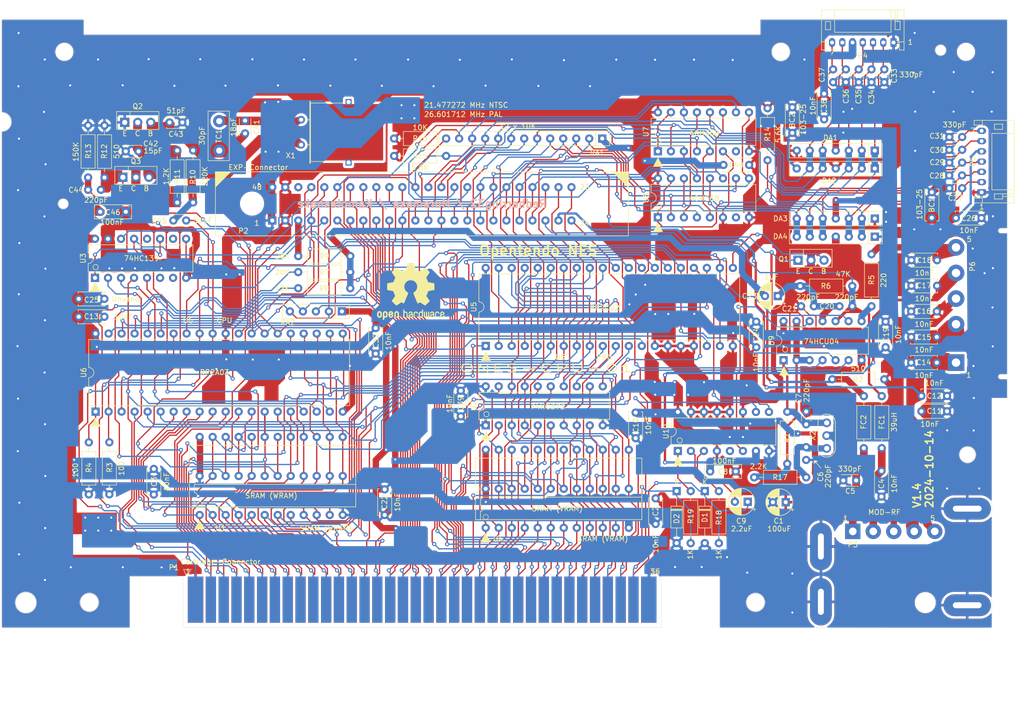
<source format=kicad_pcb>
(kicad_pcb
	(version 20240108)
	(generator "pcbnew")
	(generator_version "8.0")
	(general
		(thickness 1.6)
		(legacy_teardrops no)
	)
	(paper "A4")
	(title_block
		(title "NES-CPU-11")
		(rev "11")
		(company "Nintendo Co., LTD")
		(comment 4 "Nintendo Entertainment System (NES) Motherboard")
	)
	(layers
		(0 "F.Cu" signal)
		(31 "B.Cu" signal)
		(32 "B.Adhes" user "B.Adhesive")
		(33 "F.Adhes" user "F.Adhesive")
		(34 "B.Paste" user)
		(35 "F.Paste" user)
		(36 "B.SilkS" user "B.Silkscreen")
		(37 "F.SilkS" user "F.Silkscreen")
		(38 "B.Mask" user)
		(39 "F.Mask" user)
		(40 "Dwgs.User" user "User.Drawings")
		(41 "Cmts.User" user "User.Comments")
		(42 "Eco1.User" user "User.Eco1")
		(43 "Eco2.User" user "User.Eco2")
		(44 "Edge.Cuts" user)
		(45 "Margin" user)
		(46 "B.CrtYd" user "B.Courtyard")
		(47 "F.CrtYd" user "F.Courtyard")
		(48 "B.Fab" user)
		(49 "F.Fab" user)
		(50 "User.1" user)
		(51 "User.2" user)
		(52 "User.3" user)
		(53 "User.4" user)
		(54 "User.5" user)
		(55 "User.6" user)
		(56 "User.7" user)
		(57 "User.8" user)
		(58 "User.9" user)
	)
	(setup
		(stackup
			(layer "F.SilkS"
				(type "Top Silk Screen")
			)
			(layer "F.Paste"
				(type "Top Solder Paste")
			)
			(layer "F.Mask"
				(type "Top Solder Mask")
				(thickness 0.01)
			)
			(layer "F.Cu"
				(type "copper")
				(thickness 0.035)
			)
			(layer "dielectric 1"
				(type "core")
				(thickness 1.51)
				(material "FR4")
				(epsilon_r 4.5)
				(loss_tangent 0.02)
			)
			(layer "B.Cu"
				(type "copper")
				(thickness 0.035)
			)
			(layer "B.Mask"
				(type "Bottom Solder Mask")
				(thickness 0.01)
			)
			(layer "B.Paste"
				(type "Bottom Solder Paste")
			)
			(layer "B.SilkS"
				(type "Bottom Silk Screen")
			)
			(copper_finish "None")
			(dielectric_constraints no)
		)
		(pad_to_mask_clearance 0)
		(allow_soldermask_bridges_in_footprints no)
		(aux_axis_origin 39.7 143.075)
		(grid_origin 39.7 143.075)
		(pcbplotparams
			(layerselection 0x00010f0_ffffffff)
			(plot_on_all_layers_selection 0x0000000_00000000)
			(disableapertmacros no)
			(usegerberextensions no)
			(usegerberattributes no)
			(usegerberadvancedattributes no)
			(creategerberjobfile no)
			(dashed_line_dash_ratio 12.000000)
			(dashed_line_gap_ratio 3.000000)
			(svgprecision 4)
			(plotframeref no)
			(viasonmask no)
			(mode 1)
			(useauxorigin no)
			(hpglpennumber 1)
			(hpglpenspeed 20)
			(hpglpendiameter 15.000000)
			(pdf_front_fp_property_popups yes)
			(pdf_back_fp_property_popups yes)
			(dxfpolygonmode yes)
			(dxfimperialunits yes)
			(dxfusepcbnewfont yes)
			(psnegative no)
			(psa4output no)
			(plotreference yes)
			(plotvalue yes)
			(plotfptext yes)
			(plotinvisibletext no)
			(sketchpadsonfab no)
			(subtractmaskfromsilk no)
			(outputformat 1)
			(mirror no)
			(drillshape 0)
			(scaleselection 1)
			(outputdirectory "ONES-CPU-01 Gerbers/")
		)
	)
	(net 0 "")
	(net 1 "/GND")
	(net 2 "/M2")
	(net 3 "/VCC")
	(net 4 "Net-(P6-Pin_4)")
	(net 5 "Net-(U10-SEED)")
	(net 6 "Net-(P3-Pin_5)")
	(net 7 "Net-(P6-Pin_5)")
	(net 8 "/ALE")
	(net 9 "/PPU-CLK")
	(net 10 "/VIDEO")
	(net 11 "Net-(C6-Pad2)")
	(net 12 "Net-(C7-Pad2)")
	(net 13 "Net-(Q2-B)")
	(net 14 "Net-(Q2-C)")
	(net 15 "/EXP-AUDIO-OUT")
	(net 16 "Net-(C20-Pad1)")
	(net 17 "unconnected-(P2-Pad46)")
	(net 18 "/4017-D0")
	(net 19 "/4017-D3")
	(net 20 "/4017-D4")
	(net 21 "/~{OE1}")
	(net 22 "/4016-D0")
	(net 23 "/4016-D3")
	(net 24 "/4016-D4")
	(net 25 "Net-(C41-Pad1)")
	(net 26 "Net-(Q1-B)")
	(net 27 "/CPU-CLK")
	(net 28 "/SYSTEM-CLK")
	(net 29 "/CIC-TO-MB")
	(net 30 "/CIC-TO-CART")
	(net 31 "Net-(R1-Pad1)")
	(net 32 "/EXP-VIDEO")
	(net 33 "/SOUND-2")
	(net 34 "/SOUND-1")
	(net 35 "Net-(R5-Pad1)")
	(net 36 "/EXP-AUDIO-IN")
	(net 37 "/~{NMI}")
	(net 38 "Net-(U10-DATA_IN)")
	(net 39 "/4016-D2")
	(net 40 "/4016-D1")
	(net 41 "/~{IRQ}")
	(net 42 "/4017-D2")
	(net 43 "/4017-D1")
	(net 44 "/PPU-A13")
	(net 45 "/CPU-A8")
	(net 46 "/CPU-D2")
	(net 47 "/CPU-A9")
	(net 48 "/CPU-D1")
	(net 49 "/CPU-R~{W}")
	(net 50 "/CPU-D0")
	(net 51 "/CPU-A0")
	(net 52 "/CPU-A10")
	(net 53 "/CPU-A1")
	(net 54 "/WRAM-~{CE}")
	(net 55 "/CPU-A2")
	(net 56 "/CPU-D7")
	(net 57 "/CPU-A3")
	(net 58 "/CPU-D6")
	(net 59 "/CPU-A4")
	(net 60 "/CPU-D5")
	(net 61 "/CPU-A5")
	(net 62 "/CPU-D4")
	(net 63 "/CPU-A6")
	(net 64 "/CPU-D3")
	(net 65 "/CPU-A7")
	(net 66 "/PPU-A1")
	(net 67 "/PPU-A0")
	(net 68 "/PPU-D0")
	(net 69 "/PPU-A7")
	(net 70 "/PPU-D2")
	(net 71 "/PPU-D7")
	(net 72 "/PPU-A2")
	(net 73 "/PPU-D5")
	(net 74 "/PPU-A4")
	(net 75 "/PPU-A5")
	(net 76 "/PPU-D4")
	(net 77 "/PPU-A3")
	(net 78 "/PPU-D6")
	(net 79 "/PPU-D3")
	(net 80 "/PPU-A6")
	(net 81 "/PPU-D1")
	(net 82 "/CPU-A15")
	(net 83 "/PPU-~{CE}")
	(net 84 "Net-(U10-DATA_OUT)")
	(net 85 "/CPU-A14")
	(net 86 "/CPU-A13")
	(net 87 "/~{ROMSEL}")
	(net 88 "/PPU-A8")
	(net 89 "/PPU-A9")
	(net 90 "/PPU-~{WE}")
	(net 91 "/PPU-~{RD}")
	(net 92 "/VRAM-A10")
	(net 93 "/VRAM-~{CE}")
	(net 94 "/PPU-A10")
	(net 95 "/PPU-A11")
	(net 96 "/PPU-A12")
	(net 97 "/~{RST}")
	(net 98 "unconnected-(U3B-O0-Pad12)")
	(net 99 "/OUT-1")
	(net 100 "/OUT-2")
	(net 101 "/CPU-A12")
	(net 102 "/CPU-A11")
	(net 103 "unconnected-(U3A-O2-Pad6)")
	(net 104 "unconnected-(U3B-O2-Pad10)")
	(net 105 "/PPU-~{A13}")
	(net 106 "unconnected-(U3A-O3-Pad7)")
	(net 107 "/CIC-CLK")
	(net 108 "Net-(U3A-E)")
	(net 109 "/CIC-RST")
	(net 110 "/+9V")
	(net 111 "/AUDIO")
	(net 112 "/EXP-0")
	(net 113 "/EXP-1")
	(net 114 "/EXP-2")
	(net 115 "/EXP-3")
	(net 116 "/EXP-4")
	(net 117 "/EXP-9")
	(net 118 "/EXP-7")
	(net 119 "/EXP-6")
	(net 120 "/EXP-5")
	(net 121 "/EXP-8")
	(net 122 "unconnected-(U7-~{3Y}-Pad7)")
	(net 123 "/~{OE2}")
	(net 124 "/OUT-0")
	(net 125 "unconnected-(U8-~{3Y}-Pad7)")
	(net 126 "Net-(U10-CLK_IN)")
	(net 127 "unconnected-(U10-NC-Pad5)")
	(net 128 "Net-(C23-Pad2)")
	(net 129 "unconnected-(X1-Pad3)")
	(net 130 "unconnected-(X1-Pad3)_1")
	(net 131 "unconnected-(X1-Pad3)_2")
	(footprint "Capacitor_THT:C_Disc_D6.0mm_W2.5mm_P5.00mm" (layer "F.Cu") (at 221.275 58.05 -90))
	(footprint "Capacitor_THT:C_Disc_D6.0mm_W2.5mm_P5.00mm" (layer "F.Cu") (at 194.05 41.475 -90))
	(footprint "Capacitor_THT:CP_Radial_D5.0mm_P2.50mm" (layer "F.Cu") (at 192.75 118.575 180))
	(footprint "Capacitor_THT:C_Disc_D5.0mm_W2.5mm_P5.00mm" (layer "F.Cu") (at 167.35 122.825 90))
	(footprint "Capacitor_THT:C_Disc_D5.0mm_W2.5mm_P5.00mm" (layer "F.Cu") (at 69.3799 117.0781 90))
	(footprint "Capacitor_THT:C_Disc_D5.0mm_W2.5mm_P5.00mm" (layer "F.Cu") (at 211.45 117.475 90))
	(footprint "Capacitor_THT:C_Disc_D3.0mm_W2.0mm_P2.50mm" (layer "F.Cu") (at 206.5 114.325 180))
	(footprint "Capacitor_THT:C_Disc_D3.0mm_W1.6mm_P2.50mm" (layer "F.Cu") (at 196.75 110.325 90))
	(footprint "Capacitor_THT:C_Disc_D3.0mm_W1.6mm_P2.50mm" (layer "F.Cu") (at 196.75 100.875 -90))
	(footprint "Capacitor_THT:C_Disc_D7.0mm_W2.5mm_P5.00mm" (layer "F.Cu") (at 183 112.575 180))
	(footprint "Capacitor_THT:CP_Radial_D5.0mm_P2.50mm" (layer "F.Cu") (at 185.325 118.5 180))
	(footprint "Capacitor_THT:C_Disc_D5.0mm_W2.5mm_P5.00mm" (layer "F.Cu") (at 163.45 106.075 90))
	(footprint "Capacitor_THT:C_Disc_D5.0mm_W2.5mm_P5.00mm" (layer "F.Cu") (at 224.25 100.825 180))
	(footprint "Capacitor_THT:C_Disc_D5.0mm_W2.5mm_P5.00mm" (layer "F.Cu") (at 224.25 97.825 180))
	(footprint "Capacitor_THT:C_Disc_D5.0mm_W2.5mm_P5.00mm" (layer "F.Cu") (at 59.7279 82.369 180))
	(footprint "Capacitor_THT:C_Disc_D5.0mm_W2.5mm_P5.00mm" (layer "F.Cu") (at 217.25 91.325))
	(footprint "Capacitor_THT:C_Disc_D5.0mm_W2.5mm_P5.00mm" (layer "F.Cu") (at 217.25 86.325))
	(footprint "Capacitor_THT:C_Disc_D5.0mm_W2.5mm_P5.00mm" (layer "F.Cu") (at 217.25 81.325))
	(footprint "Capacitor_THT:C_Disc_D5.0mm_W2.5mm_P5.00mm" (layer "F.Cu") (at 217.3 76.325))
	(footprint "Capacitor_THT:C_Disc_D5.0mm_W2.5mm_P5.00mm" (layer "F.Cu") (at 217.3 71.325))
	(footprint "Capacitor_THT:C_Disc_D5.0mm_W2.5mm_P5.00mm" (layer "F.Cu") (at 212.25 88.325 90))
	(footprint "Capacitor_THT:C_Disc_D3.0mm_W1.6mm_P2.50mm" (layer "F.Cu") (at 203.25 80.325))
	(footprint "Capacitor_THT:C_Disc_D3.0mm_W1.6mm_P2.50mm" (layer "F.Cu") (at 195.75 80.325))
	(footprint "Capacitor_THT:C_Disc_D5.0mm_W2.5mm_P5.00mm" (layer "F.Cu") (at 114.45 121.075 90))
	(footprint "Capacitor_THT:CP_Radial_D5.0mm_P2.50mm" (layer "F.Cu") (at 191.2 78.325 180))
	(footprint "Capacitor_THT:C_Disc_D5.0mm_W2.5mm_P5.00mm" (layer "F.Cu") (at 187 88.325 90))
	(footprint "Capacitor_THT:C_Disc_D5.0mm_W2.5mm_P5.00mm" (layer "F.Cu") (at 59.7279 78.8765 180))
	(footprint "Capacitor_THT:C_Disc_D5.0mm_W2.5mm_P5.00mm"
		(layer "F.Cu")
		(uuid "00000000-0000-0000-0000-00005d972061")
		(at 230.975 63.1 180)
		(descr "C, Disc series, Radial, pin pitch=5.00mm, , diameter*width=5*2.5mm^2, Capacitor, http://cdn-reichelt.de/documents/datenblatt/B300/DS_KERKO_TC.pdf")
		(tags "C Disc series Radial pin pitch 5.00mm  diameter 5mm width 2.5mm Capacitor")
		(property "Reference" "C26"
			(at 2.5 -0.05 0)
			(layer "F.SilkS")
			(uuid "f12263a3-7d61-4a4c-9462-0fbcd414b237")
			(effects
				(font
					(size 1 1)
					(thickness 0.15)
				)
			)
		)
		(property "Value" "10nF"
			(at 2.45 -2.4 0)
			(layer "F.SilkS")
			(uuid "4172aa77-39b7-4d5a-a501-2d8fe27bd1c1")
			(effects
				(font
					(size 1 1)
					(thickness 0.15)
				)
			)
		)
		(property "Footprint" "Capacitor_THT:C_Disc_D5.0mm_W2.5mm_P5.00mm"
			(at 0 0 180)
			(unlocked yes)
			(layer "F.Fab")
			(hide yes)
			(uuid "9ecc93de-bd35-47ef-86a1-504932399686")
			(effects
				(font
					(size 1.27 1.27)
					(thickness 0.15)
				)
			)
		)
		(property "Datasheet" ""
			(at 0 0 180)
			(unlocked yes)
			(layer "F.Fab")
			(hide yes)
			(uuid "61e5cd77-cedb-4dc6-922d-5063c939cd55")
			(effects
				(font
					(size 1.27 1.27)
					(thickness 0.15)
				)
			)
		)
		(property "Description" "Unpolarized capacitor, small symbol"
			(at 0 0 180)
			(unlocked yes)
			(layer "F.Fab")
			(hide yes)
			(uuid "31192a86-633c-46b1-af2f-152e6e5e0c56")
			(effects
				(font
					(size 1.27 1.27)
					(thickness 0.15)
				)
			)
		)
		(property ki_fp_filters "C_*")
		(path "/00000000-0000-0000-0000-0000649f40ff")
		(sheetname "Root")
		(sheetfile "Motherboard.kicad_sch")
		(attr through_hole)
		(fp_line
			(start 5.12 1.055)
			(end 5.12 1.37)
			(stroke
				(width 0.12)
				(type solid)
			)
			(layer "F.SilkS")
			(uuid "ec9688be-af58-4a11-8c3b-02a6a555b2e4")
		)
		(fp_line
			(start 5.12 -1.37)
			(end 5.12 -1.055)
			(stroke
				(width 0.12)
				(type solid)
			)
			(layer "F.SilkS")
			(uuid "e3fba2aa-03cb-490f-8a8d-7283a5df4221")
		)
		(fp_line
			(start -0.12 1.37)
			(end 5.12 1.37)
			(stroke
				(width 0.12)
				(type solid)
			)
			(layer "F.SilkS")
			(uuid "7bdb5eda-8258-42a0-9a5c-55299036cdf2")
		)
		(fp_line
			(start -0.12 1.055)
			(end -0.12 1.37)
			(stroke
				(width 0.12)
				(type solid)
			)
			(layer "F.SilkS")
			(uuid "2e35c96f-9b58-4e9e-a769-0fc4c0682a16")
		)
		(fp_line
			(start -0.12 -1.37)
			(end 5.12 -1.37)
			(stroke
				(width 0.12)
				(type solid)
			)
			(layer "F.SilkS")
			(uuid "3279bdf0-05df-481d-9937-a5bdd31fa1de")
		)
		(fp_line
			(start -0.12 -1.37)
			(end -0.12 -1.055)
			(stroke
				(width 0.12)
				(type solid)
			)
			(layer "F.SilkS")
			(uuid "7ea7b5e3-3b62-46c4-86e2-ea1cf365b797")
		)
		(fp_line
			(start 6.05 1.5)
			(end 6.05 -1.5)
			(stroke
				(width 0.05)
				(type solid)
			)
			(layer "F.CrtYd")
			(uuid "33e84b30-d7cf-4989-bdc2-b73015190291")
		)
		(fp_line
			(start 6.05 -1.5)
			(end -1.05 -1.5)
			(stroke
				(width 0.05)
				(type solid)
			)
			(layer "F.CrtYd")
			(uuid "4fe42fad-c6b2-4006-a063-47f5b7a89521")
		)
		(fp_line
			(start -1.05 1.5)
			(end 6.05 1.5)
			(stroke
				(width 0.05)
				(type solid)
			)
			(layer "F.CrtYd")
			(uuid "3648d4af-5843-49a2-88ac-76938958793f")
		)
		(fp_line
			(start -1.05 -1.5)
			(end -1.05 1.5)
			(stroke
				(width 0.05)
				(type solid)
			)
			(layer "F.CrtYd")
			(uuid "2c0e5227-0ae8-4f80-aca5-c4711f4d9c82")
		)
		(fp_line
			(start 5 1.25)
			(end 5 -1.25)
			(stroke
				(width 0.1)
				(type solid)
			)
			(layer "F.Fab")
			(uuid "3a7b8122-
... [10754333 chars truncated]
</source>
